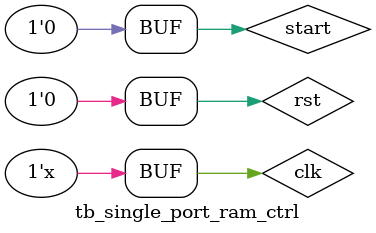
<source format=v>
`timescale 1ns / 1ps

module tb_single_port_ram_ctrl(

    );
    
reg clk;
reg rst;
reg start;
wire [15:0] data_out;
wire done_r;
wire done_w;


always #5 clk = ~clk;

single_port_ram_ctrl uut(
.clk(clk),
.rst(rst),
.start(start),
.data_out(data_out),
.done_w(done_w),
.done_r(done_r)
);

initial begin
start = 0;
#300 start = 1;
#10 start = 0;
end

initial begin
clk = 0; rst = 0; 
#250 rst = 1;
#10 rst = 0;
end

endmodule

</source>
